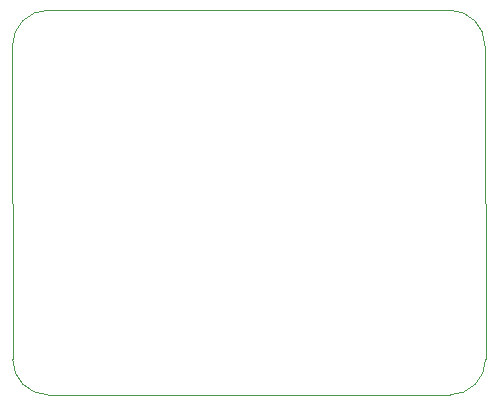
<source format=gbr>
%TF.GenerationSoftware,KiCad,Pcbnew,7.0.2*%
%TF.CreationDate,2023-05-06T18:38:29+05:30*%
%TF.ProjectId,Mod-Ckt-Pulser,4d6f642d-436b-4742-9d50-756c7365722e,rev?*%
%TF.SameCoordinates,Original*%
%TF.FileFunction,Profile,NP*%
%FSLAX46Y46*%
G04 Gerber Fmt 4.6, Leading zero omitted, Abs format (unit mm)*
G04 Created by KiCad (PCBNEW 7.0.2) date 2023-05-06 18:38:29*
%MOMM*%
%LPD*%
G01*
G04 APERTURE LIST*
%TA.AperFunction,Profile*%
%ADD10C,0.100000*%
%TD*%
G04 APERTURE END LIST*
D10*
X100140821Y-86019300D02*
G75*
G03*
X103160868Y-83029755I15251J3004796D01*
G01*
X63110700Y-83000821D02*
G75*
G03*
X66100245Y-86020868I3004796J-15251D01*
G01*
X66119179Y-53460700D02*
G75*
G03*
X63099132Y-56450245I-15251J-3004796D01*
G01*
X103109300Y-56479179D02*
G75*
G03*
X100119755Y-53459132I-3004796J15251D01*
G01*
X66100245Y-86020869D02*
X100140821Y-86019301D01*
X63099131Y-56450245D02*
X63110699Y-83000821D01*
X100119755Y-53459131D02*
X66119179Y-53460699D01*
X103109301Y-56479179D02*
X103160869Y-83029755D01*
M02*

</source>
